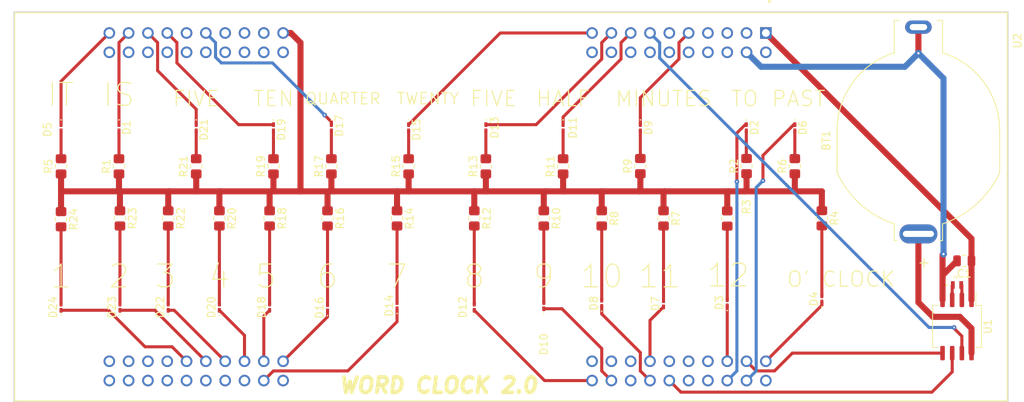
<source format=kicad_pcb>
(kicad_pcb (version 20211014) (generator pcbnew)
  (layers (0 "F.Cu" signal) (31 "B.Cu" signal) (34 "B.Paste" user) (35 "F.Paste" user) (36 "B.SilkS" user "B.Silkscreen") (37 "F.SilkS" user "F.Silkscreen") (38 "B.Mask" user) (39 "F.Mask" user) (44 "Edge.Cuts" user))
  (net 0 "")
  (net 1 "+3.3V")
  (net 2 "Net-(BT1-PadP)")
  (net 3 "GND")
  (net 4 "Net-(U1-Pad2)")
  (net 5 "/SPISIMOA")
  (net 6 "Net-(U1-Pad3)")
  (net 11 "Net-(U2-Pad16)")
  (net 12 "Net-(U2-Pad21)")
  (net 33 "/GPIO12")
  (net 34 "Net-(D1-Pad2)")
  (net 35 "/GPIO19")
  (net 36 "Net-(D2-Pad2)")
  (net 37 "/GPIO5")
  (net 38 "Net-(D3-Pad2)")
  (net 39 "/GPIO53")
  (net 40 "Net-(D4-Pad2)")
  (net 41 "/GPIO22")
  (net 42 "Net-(D5-Pad2)")
  (net 43 "/GPIO13")
  (net 44 "Net-(D6-Pad2)")
  (net 45 "/GPIO4")
  (net 46 "Net-(D7-Pad2)")
  (net 47 "/GPIO3")
  (net 48 "Net-(D8-Pad2)")
  (net 49 "/GPIO33")
  (net 50 "Net-(D9-Pad2)")
  (net 51 "/GPIO2")
  (net 52 "Net-(D10-Pad2)")
  (net 53 "/GPIO32")
  (net 54 "Net-(D11-Pad2)")
  (net 55 "Net-(U1-Pad5)")
  (net 56 "Net-(D12-Pad2)")
  (net 57 "/GPIO55")
  (net 58 "Net-(D13-Pad2)")
  (net 59 "/GPIO0")
  (net 60 "Net-(D14-Pad2)")
  (net 61 "/GPIO51")
  (net 62 "Net-(D15-Pad2)")
  (net 63 "/GPIO20")
  (net 64 "Net-(D16-Pad2)")
  (net 65 "/GPIO50")
  (net 66 "Net-(D17-Pad2)")
  (net 67 "/GPIO14")
  (net 68 "Net-(D18-Pad2)")
  (net 69 "/GPIO17")
  (net 70 "Net-(D19-Pad2)")
  (net 71 "/GPIO21")
  (net 72 "Net-(D20-Pad2)")
  (net 73 "Net-(U1-Pad7)")
  (net 74 "Net-(D21-Pad2)")
  (net 75 "/GPIO23")
  (net 76 "Net-(D22-Pad2)")
  (net 77 "/GPIO54")
  (net 78 "Net-(D23-Pad2)")
  (net 79 "/GPIO56")
  (net 80 "Net-(D24-Pad2)")
  (net 81 "/GPIO44")
  (net 82 "/GPIO52")
  (net 83 "/GPIO25")
  (net 84 "/GPIO24")
  (net 85 "/GPIO26")
  (net 86 "/GPIO27")
  (net 87 "/GPIO11")
  (net 88 "/GPIO10")
  (net 89 "/GPIO9")
  (net 90 "/GPIO8")
  (net 91 "/GPIO7")
  (net 92 "/GPIO6")
  (footprint "LED_SMD:LED_0201_0603Metric_Pad0.64x0.40mm_HandSolder" (layer "F.Cu") (at 152.781 182.007 -90)
    (fp_text reference "D1")
    (fp_text value "IS")
  )
  (footprint "LED_SMD:LED_0201_0603Metric_Pad0.64x0.40mm_HandSolder" (layer "F.Cu") (at 145.161 182.007 -90)
    (fp_text reference "D5")
    (fp_text value "IT")
  )
  (footprint "LED_SMD:LED_0201_0603Metric_Pad0.64x0.40mm_HandSolder" (layer "F.Cu") (at 162.941 182.007 -90)
    (fp_text reference "D21")
    (fp_text value "FIVE")
  )
  (footprint "Resistor_SMD:R_0805_2012Metric_Pad1.20x1.40mm_HandSolder" (layer "F.Cu") (at 189.357 193.929 -90)
    (fp_text reference "R14")
    (fp_text value "R_Small")
  )
  (footprint "Resistor_SMD:R_0805_2012Metric_Pad1.20x1.40mm_HandSolder" (layer "F.Cu") (at 180.721 187.087 90)
    (fp_text reference "R17")
    (fp_text value "R_Small")
  )
  (footprint "Resistor_SMD:R_0805_2012Metric_Pad1.20x1.40mm_HandSolder" (layer "F.Cu") (at 190.881 187.087 90)
    (fp_text reference "R15")
    (fp_text value "R_Small")
  )
  (footprint "LED_SMD:LED_0201_0603Metric_Pad0.64x0.40mm_HandSolder" (layer "F.Cu") (at 224.409 205.1645 90)
    (fp_text reference "D7")
    (fp_text value "ELEVEN")
  )
  (footprint "Resistor_SMD:R_0805_2012Metric_Pad1.20x1.40mm_HandSolder" (layer "F.Cu") (at 180.213 193.929 -90)
    (fp_text reference "R16")
    (fp_text value "R_Small")
  )
  (footprint "LED_SMD:LED_0201_0603Metric_Pad0.64x0.40mm_HandSolder" (layer "F.Cu") (at 245.237 204.5215 90)
    (fp_text reference "D4")
    (fp_text value "OCLOCK")
  )
  (footprint "Resistor_SMD:R_0805_2012Metric_Pad1.20x1.40mm_HandSolder" (layer "F.Cu") (at 152.781 187.087 90)
    (fp_text reference "R1")
    (fp_text value "R_Small")
  )
  (footprint "Resistor_SMD:R_0805_2012Metric_Pad1.20x1.40mm_HandSolder" (layer "F.Cu") (at 165.989 193.929 -90)
    (fp_text reference "R20")
    (fp_text value "R_Small")
  )
  (footprint "Resistor_SMD:R_0805_2012Metric_Pad1.20x1.40mm_HandSolder" (layer "F.Cu") (at 201.041 187.087 90)
    (fp_text reference "R13")
    (fp_text value "R_Small")
  )
  (footprint "LED_SMD:LED_0201_0603Metric_Pad0.64x0.40mm_HandSolder" (layer "F.Cu") (at 152.908 205.613 90)
    (fp_text reference "D23")
    (fp_text value "TWO")
  )
  (footprint "9HT12-32:XTAL160X100X50" (layer "F.Cu") (at 263.017 202.692)
    (fp_text reference "Y1")
    (fp_text value "9HT12-32.768KDZF-T")
  )
  (footprint "LED_SMD:LED_0201_0603Metric_Pad0.64x0.40mm_HandSolder" (layer "F.Cu") (at 172.593 205.613 90)
    (fp_text reference "D18")
    (fp_text value "FIVE")
  )
  (footprint "Resistor_SMD:R_0805_2012Metric_Pad1.20x1.40mm_HandSolder" (layer "F.Cu") (at 221.361 187.055 90)
    (fp_text reference "R9")
    (fp_text value "R_Small")
  )
  (footprint "LED_SMD:LED_0201_0603Metric_Pad0.64x0.40mm_HandSolder" (layer "F.Cu") (at 221.361 182.007 -90)
    (fp_text reference "D9")
    (fp_text value "MINUTES")
  )
  (footprint "Resistor_SMD:R_0805_2012Metric_Pad1.20x1.40mm_HandSolder" (layer "F.Cu") (at 224.409 193.929 -90)
    (fp_text reference "R7")
    (fp_text value "R_Small")
  )
  (footprint "LED_SMD:LED_0201_0603Metric_Pad0.64x0.40mm_HandSolder" (layer "F.Cu") (at 180.213 205.6885 90)
    (fp_text reference "D16")
    (fp_text value "SIX")
  )
  (footprint "LED_SMD:LED_0201_0603Metric_Pad0.64x0.40mm_HandSolder" (layer "F.Cu") (at 216.281 205.105 90)
    (fp_text reference "D8")
    (fp_text value "TEN")
  )
  (footprint "Resistor_SMD:R_0805_2012Metric_Pad1.20x1.40mm_HandSolder" (layer "F.Cu") (at 216.281 193.929 -90)
    (fp_text reference "R8")
    (fp_text value "R_Small")
  )
  (footprint "LED_SMD:LED_0201_0603Metric_Pad0.64x0.40mm_HandSolder" (layer "F.Cu") (at 232.791 205.0295 90)
    (fp_text reference "D3")
    (fp_text value "TWELVE")
  )
  (footprint "LED_SMD:LED_0201_0603Metric_Pad0.64x0.40mm_HandSolder" (layer "F.Cu") (at 165.989 205.613 90)
    (fp_text reference "D20")
    (fp_text value "FOUR")
  )
  (footprint "Package_SO:SO-8_5.3x6.2mm_P1.27mm" (layer "F.Cu") (at 263.017 208.153 -90)
    (fp_text reference "U1")
    (fp_text value "DS1302S+")
  )
  (footprint "LED_SMD:LED_0201_0603Metric_Pad0.64x0.40mm_HandSolder" (layer "F.Cu") (at 173.101 182.007 -90)
    (fp_text reference "D19")
    (fp_text value "TEN")
  )
  (footprint "Resistor_SMD:R_0805_2012Metric_Pad1.20x1.40mm_HandSolder" (layer "F.Cu") (at 208.661 193.929 -90)
    (fp_text reference "R10")
    (fp_text value "R_Small")
  )
  (footprint "LED_SMD:LED_0201_0603Metric_Pad0.64x0.40mm_HandSolder" (layer "F.Cu") (at 235.301 182.007 -90)
    (fp_text reference "D2")
    (fp_text value "TO")
  )
  (footprint "LED_SMD:LED_0201_0603Metric_Pad0.64x0.40mm_HandSolder" (layer "F.Cu") (at 190.881 182.007 -90)
    (fp_text reference "D15")
    (fp_text value "TWENTY")
  )
  (footprint "Resistor_SMD:R_0805_2012Metric_Pad1.20x1.40mm_HandSolder" (layer "F.Cu") (at 232.791 193.945 -90)
    (fp_text reference "R3")
    (fp_text value "R_Small")
  )
  (footprint "Resistor_SMD:R_0805_2012Metric_Pad1.20x1.40mm_HandSolder" (layer "F.Cu") (at 245.237 193.913 -90)
    (fp_text reference "R4")
    (fp_text value "R_Small")
  )
  (footprint "Resistor_SMD:R_0805_2012Metric_Pad1.20x1.40mm_HandSolder" (layer "F.Cu") (at 145.161 187.087 90)
    (fp_text reference "R5")
    (fp_text value "R_Small")
  )
  (footprint "LED_SMD:LED_0201_0603Metric_Pad0.64x0.40mm_HandSolder" (layer "F.Cu") (at 241.681 182.007 -90)
    (fp_text reference "D6")
    (fp_text value "PAST")
  )
  (footprint "LED_SMD:LED_0201_0603Metric_Pad0.64x0.40mm_HandSolder" (layer "F.Cu") (at 201.041 182.007 -90)
    (fp_text reference "D13")
    (fp_text value "FIVE")
  )
  (footprint "LED_SMD:LED_0201_0603Metric_Pad0.64x0.40mm_HandSolder" (layer "F.Cu") (at 189.357 205.4105 90)
    (fp_text reference "D14")
    (fp_text value "SEVEN")
  )
  (footprint "Resistor_SMD:R_0805_2012Metric_Pad1.20x1.40mm_HandSolder" (layer "F.Cu") (at 241.681 187.071 90)
    (fp_text reference "R6")
    (fp_text value "R_Small")
  )
  (footprint "Resistor_SMD:R_0805_2012Metric_Pad1.20x1.40mm_HandSolder" (layer "F.Cu") (at 152.908 193.929 -90)
    (fp_text reference "R23")
    (fp_text value "R_Small")
  )
  (footprint "Resistor_SMD:R_0805_2012Metric_Pad1.20x1.40mm_HandSolder" (layer "F.Cu") (at 211.201 187.087 90)
    (fp_text reference "R11")
    (fp_text value "R_Small")
  )
  (footprint "Resistor_SMD:R_0805_2012Metric_Pad1.20x1.40mm_HandSolder" (layer "F.Cu") (at 162.941 187.087 90)
    (fp_text reference "R21")
    (fp_text value "R_Small")
  )
  (footprint "LED_SMD:LED_0201_0603Metric_Pad0.64x0.40mm_HandSolder" (layer "F.Cu") (at 199.517 205.613 90)
    (fp_text reference "D12")
    (fp_text value "EIGHT")
  )
  (footprint "Capacitor_SMD:C_0805_2012Metric" (layer "F.Cu") (at 263.967 199.517 180)
    (fp_text reference "C1")
    (fp_text value "C")
  )
  (footprint "LED_SMD:LED_0201_0603Metric_Pad0.64x0.40mm_HandSolder" (layer "F.Cu") (at 208.661 205.4105 90)
    (fp_text reference "D10")
    (fp_text value "NINE")
  )
  (footprint "Resistor_SMD:R_0805_2012Metric_Pad1.20x1.40mm_HandSolder" (layer "F.Cu") (at 235.331 187.055 90)
    (fp_text reference "R2")
    (fp_text value "R_Small")
  )
  (footprint "Resistor_SMD:R_0805_2012Metric_Pad1.20x1.40mm_HandSolder" (layer "F.Cu") (at 172.593 193.929 -90)
    (fp_text reference "R18")
    (fp_text value "R_Small")
  )
  (footprint "LED_SMD:LED_0201_0603Metric_Pad0.64x0.40mm_HandSolder" (layer "F.Cu") (at 159.258 205.613 90)
    (fp_text reference "D22")
    (fp_text value "THREE")
  )
  (footprint "LED_SMD:LED_0201_0603Metric_Pad0.64x0.40mm_HandSolder" (layer "F.Cu") (at 180.721 182.007 -90)
    (fp_text reference "D17")
    (fp_text value "QUARTER")
  )
  (footprint "Resistor_SMD:R_0805_2012Metric_Pad1.20x1.40mm_HandSolder" (layer "F.Cu") (at 199.517 193.929 -90)
    (fp_text reference "R12")
    (fp_text value "R_Small")
  )
  (footprint "Resistor_SMD:R_0805_2012Metric_Pad1.20x1.40mm_HandSolder" (layer "F.Cu") (at 173.101 187.087 90)
    (fp_text reference "R19")
    (fp_text value "R_Small")
  )
  (footprint "Resistor_SMD:R_0805_2012Metric_Pad1.20x1.40mm_HandSolder" (layer "F.Cu") (at 159.258 193.929 -90)
    (fp_text reference "R22")
    (fp_text value "R_Small")
  )
  (footprint "BC2032-E2:MPD_BC2032-E2" (layer "F.Cu") (at 257.937 182.372 90)
    (fp_text reference "BT1")
    (fp_text value "BC2032-E2")
  )
  (footprint "LAUNCHXL-F28069M:TI_LAUNCHXL-F28069M" (layer "F.Cu") (at 204.343 192.405 -90)
    (fp_text reference "U2")
    (fp_text value "LAUNCHXL-F28069M")
  )
  (footprint "Resistor_SMD:R_0805_2012Metric_Pad1.20x1.40mm_HandSolder" (layer "F.Cu") (at 145.161 194.04 -90)
    (fp_text reference "R24")
    (fp_text value "R_Small")
  )
  (footprint "LED_SMD:LED_0201_0603Metric_Pad0.64x0.40mm_HandSolder" (layer "F.Cu") (at 145.161 205.613 90)
    (fp_text reference "D24")
    (fp_text value "ONE")
  )
  (footprint "LED_SMD:LED_0201_0603Metric_Pad0.64x0.40mm_HandSolder" (layer "F.Cu") (at 211.201 182.007 -90)
    (fp_text reference "D11")
    (fp_text value "HALF")
  )
  (gr_line (start 269.748 218.059) (end 138.938 218.059) (layer "Edge.Cuts") (width 0.1))
  (gr_line (start 138.938 166.751) (end 269.748 166.751) (layer "Edge.Cuts") (width 0.1))
  (gr_line (start 269.748 166.751) (end 269.748 218.059) (layer "Edge.Cuts") (width 0.1))
  (gr_line (start 138.938 218.059) (end 138.938 166.751) (layer "Edge.Cuts") (width 0.1))
  (gr_text "FIVE" (at 162.941 178.181) (layer "F.SilkS") (effects (font (size 2 2))))
  (gr_text "3" (at 158.877 201.549) (layer "F.SilkS") (effects (font (size 3 3))))
  (gr_text "2" (at 152.781 201.549) (layer "F.SilkS") (effects (font (size 3 3))))
  (gr_text "PAST" (at 242.189 178.181) (layer "F.SilkS") (effects (font (size 2 2))))
  (gr_text "QUARTER" (at 182.245 178.181) (layer "F.SilkS") (effects (font (size 1.5 1.5))))
  (gr_text "4" (at 165.989 201.549) (layer "F.SilkS") (effects (font (size 3 3))))
  (gr_text "MINUTES" (at 224.409 178.181) (layer "F.SilkS") (effects (font (size 2 2))))
  (gr_text "WORD CLOCK 2.0" (at 194.818 215.9) (layer "F.SilkS") (effects (font (size 2 2) (thickness 0.5) italic)))
  (gr_text "O' CLOCK" (at 247.777 201.93) (layer "F.SilkS") (effects (font (size 2 2))))
  (gr_text "TWENTY" (at 193.421 178.181) (layer "F.SilkS") (effects (font (size 1.5 1.5))))
  (gr_text "HALF" (at 211.201 178.181) (layer "F.SilkS") (effects (font (size 2 2))))
  (gr_text "12" (at 232.918 201.422) (layer "F.SilkS") (effects (font (size 3 3))))
  (gr_text "FIVE" (at 202.057 178.181) (layer "F.SilkS") (effects (font (size 2 2))))
  (gr_text "IT" (at 145.161 177.673) (layer "F.SilkS") (effects (font (size 3 3))))
  (gr_text "1" (at 145.161 201.549) (layer "F.SilkS") (effects (font (size 3 3))))
  (gr_text "TO" (at 235.077 178.181) (layer "F.SilkS") (effects (font (size 2 2))))
  (gr_text "5" (at 172.085 201.549) (layer "F.SilkS") (effects (font (size 3 3))))
  (gr_text "10" (at 216.281 201.549) (layer "F.SilkS") (effects (font (size 3 3))))
  (gr_text "TEN" (at 173.101 178.181) (layer "F.SilkS") (effects (font (size 2 2))))
  (gr_text "6" (at 180.213 201.549) (layer "F.SilkS") (effects (font (size 3 3))))
  (gr_text "8" (at 199.517 201.549) (layer "F.SilkS") (effects (font (size 3 3))))
  (gr_text "11" (at 223.901 201.549) (layer "F.SilkS") (effects (font (size 3 3))))
  (gr_text "IS" (at 152.781 177.673) (layer "F.SilkS") (effects (font (size 3 3))))
  (gr_text "7" (at 189.357 201.549) (layer "F.SilkS") (effects (font (size 3 3))))
  (gr_text "9" (at 208.661 201.549) (layer "F.SilkS") (effects (font (size 3 3))))
  (segment (start 189.357 190.373) (end 190.881 190.373) (width 0.8) (layer "F.Cu") (net 1))
  (segment (start 211.201 190.373) (end 216.281 190.373) (width 0.8) (layer "F.Cu") (net 1))
  (segment (start 201.041 188.087) (end 201.041 190.246) (width 0.8) (layer "F.Cu") (net 1))
  (segment (start 208.915 190.373) (end 211.201 190.373) (width 0.8) (layer "F.Cu") (net 1))
  (segment (start 264.922 199.512) (end 264.917 199.517) (width 0.8) (layer "F.Cu") (net 1))
  (segment (start 180.721 188.087) (end 180.721 190.119) (width 0.8) (layer "F.Cu") (net 1))
  (segment (start 159.385 190.373) (end 152.781 190.373) (width 0.8) (layer "F.Cu") (net 1))
  (segment (start 221.361 190.246) (end 221.234 190.373) (width 0.8) (layer "F.Cu") (net 1))
  (segment (start 152.781 190.373) (end 145.161 190.373) (width 0.8) (layer "F.Cu") (net 1))
  (segment (start 176.657 170.815) (end 176.657 190.373) (width 0.8) (layer "F.Cu") (net 1))
  (segment (start 162.941 188.087) (end 162.941 190.246) (width 0.8) (layer "F.Cu") (net 1))
  (segment (start 264.917 199.517) (end 264.917 204.648) (width 0.8) (layer "F.Cu") (net 1))
  (segment (start 216.281 192.929) (end 216.281 190.373) (width 0.8) (layer "F.Cu") (net 1))
  (segment (start 216.281 190.373) (end 221.234 190.373) (width 0.8) (layer "F.Cu") (net 1))
  (segment (start 245.237 190.373) (end 245.237 192.913) (width 0.8) (layer "F.Cu") (net 1))
  (segment (start 152.908 192.929) (end 152.908 190.5) (width 0.8) (layer "F.Cu") (net 1))
  (segment (start 176.657 190.373) (end 180.34 190.373) (width 0.8) (layer "F.Cu") (net 1))
  (segment (start 232.918 190.373) (end 235.077 190.373) (width 0.8) (layer "F.Cu") (net 1))
  (segment (start 241.681 188.071) (end 241.681 190.119) (width 0.8) (layer "F.Cu") (net 1))
  (segment (start 232.41 190.373) (end 232.918 190.373) (width 0.8) (layer "F.Cu") (net 1))
  (segment (start 224.409 190.5) (end 224.536 190.373) (width 0.8) (layer "F.Cu") (net 1))
  (segment (start 221.361 188.055) (end 221.361 190.246) (width 0.8) (layer "F.Cu") (net 1))
  (segment (start 176.657 190.373) (end 173.228 190.373) (width 0.8) (layer "F.Cu") (net 1))
  (segment (start 180.213 190.5) (end 180.34 190.373) (width 0.8) (layer "F.Cu") (net 1))
  (segment (start 201.041 190.246) (end 201.168 190.373) (width 0.8) (layer "F.Cu") (net 1))
  (segment (start 241.681 190.119) (end 241.427 190.373) (width 0.8) (layer "F.Cu") (net 1))
  (segment (start 235.331 188.055) (end 235.331 190.119) (width 0.8) (layer "F.Cu") (net 1))
  (segment (start 199.517 192.929) (end 199.517 190.373) (width 0.8) (layer "F.Cu") (net 1))
  (segment (start 172.593 192.929) (end 172.593 190.5) (width 0.8) (layer "F.Cu") (net 1))
  (segment (start 241.427 190.373) (end 245.237 190.373) (width 0.8) (layer "F.Cu") (net 1))
  (segment (start 180.975 190.373) (end 189.357 190.373) (width 0.8) (layer "F.Cu") (net 1))
  (segment (start 264.917 204.648) (end 264.922 204.653) (width 0.8) (layer "F.Cu") (net 1))
  (segment (start 180.721 190.119) (end 180.975 190.373) (width 0.8) (layer "F.Cu") (net 1))
  (segment (start 232.791 192.945) (end 232.791 190.5) (width 0.8) (layer "F.Cu") (net 1))
  (segment (start 162.941 190.246) (end 163.068 190.373) (width 0.8) (layer "F.Cu") (net 1))
  (segment (start 166.116 190.373) (end 163.068 190.373) (width 0.8) (layer "F.Cu") (net 1))
  (segment (start 173.101 188.087) (end 173.101 190.246) (width 0.8) (layer "F.Cu") (net 1))
  (segment (start 145.161 188.087) (end 145.161 190.373) (width 0.8) (layer "F.Cu") (net 1))
  (segment (start 237.871 169.545) (end 264.922 196.596) (width 0.8) (layer "F.Cu") (net 1))
  (segment (start 172.72 190.373) (end 166.116 190.373) (width 0.8) (layer "F.Cu") (net 1))
  (segment (start 152.781 188.087) (end 152.781 190.373) (width 0.8) (layer "F.Cu") (net 1))
  (segment (start 180.34 190.373) (end 180.975 190.373) (width 0.8) (layer "F.Cu") (net 1))
  (segment (start 232.791 190.5) (end 232.918 190.373) (width 0.8) (layer "F.Cu") (net 1))
  (segment (start 174.371 169.545) (end 175.387 169.545) (width 0.8) (layer "F.Cu") (net 1))
  (segment (start 264.922 196.596) (end 264.922 199.512) (width 0.8) (layer "F.Cu") (net 1))
  (segment (start 221.234 190.373) (end 224.536 190.373) (width 0.8) (layer "F.Cu") (net 1))
  (segment (start 159.258 192.929) (end 159.258 190.5) (width 0.8) (layer "F.Cu") (net 1))
  (segment (start 235.077 190.373) (end 241.427 190.373) (width 0.8) (layer "F.Cu") (net 1))
  (segment (start 224.409 192.929) (end 224.409 190.5) (width 0.8) (layer "F.Cu") (net 1))
  (segment (start 173.228 190.373) (end 172.72 190.373) (width 0.8) (layer "F.Cu") (net 1))
  (segment (start 165.989 190.5) (end 166.116 190.373) (width 0.8) (layer "F.Cu") (net 1))
  (segment (start 163.068 190.373) (end 159.385 190.373) (width 0.8) (layer "F.Cu") (net 1))
  (segment (start 173.101 190.246) (end 173.228 190.373) (width 0.8) (layer "F.Cu") (net 1))
  (segment (start 235.331 190.119) (end 235.077 190.373) (width 0.8) (layer "F.Cu") (net 1))
  (segment (start 180.213 192.929) (end 180.213 190.5) (width 0.8) (layer "F.Cu") (net 1))
  (segment (start 172.593 190.5) (end 172.72 190.373) (width 0.8) (layer "F.Cu") (net 1))
  (segment (start 152.908 190.5) (end 152.781 190.373) (width 0.8) (layer "F.Cu") (net 1))
  (segment (start 199.517 190.373) (end 201.168 190.373) (width 0.8) (layer "F.Cu") (net 1))
  (segment (start 159.258 190.5) (end 159.385 190.373) (width 0.8) (layer "F.Cu") (net 1))
  (segment (start 201.168 190.373) (end 208.915 190.373) (width 0.8) (layer "F.Cu") (net 1))
  (segment (start 165.989 192.929) (end 165.989 190.5) (width 0.8) (layer "F.Cu") (net 1))
  (segment (start 208.661 190.627) (end 208.915 190.373) (width 0.8) (layer "F.Cu") (net 1))
  (segment (start 211.201 188.087) (end 211.201 190.373) (width 0.8) (layer "F.Cu") (net 1))
  (segment (start 190.881 190.373) (end 199.517 190.373) (width 0.8) (layer "F.Cu") (net 1))
  (segment (start 145.161 190.373) (end 145.161 193.04) (width 0.8) (layer "F.Cu") (net 1))
  (segment (start 190.881 188.087) (end 190.881 190.373) (width 0.8) (layer "F.Cu") (net 1))
  (segment (start 208.661 192.929) (end 208.661 190.627) (width 0.8) (layer "F.Cu") (net 1))
  (segment (start 224.536 190.373) (end 232.41 190.373) (width 0.8) (layer "F.Cu") (net 1))
  (segment (start 175.387 169.545) (end 176.657 170.815) (width 0.8) (layer "F.Cu") (net 1))
  (segment (start 189.357 192.929) (end 189.357 190.373) (width 0.8) (layer "F.Cu") (net 1))
  (segment (start 263.398 206.883) (end 259.842 206.883) (width 0.8) (layer "F.Cu") (net 2))
  (segment (start 264.922 208.407) (end 263.398 206.883) (width 0.8) (layer "F.Cu") (net 2))
  (segment (start 259.842 206.883) (end 257.937 204.978) (width 0.8) (layer "F.Cu") (net 2))
  (segment (start 264.922 211.653) (end 264.922 208.407) (width 0.8) (layer "F.Cu") (net 2))
  (segment (start 257.937 204.978) (end 257.937 195.972) (width 0.8) (layer "F.Cu") (net 2))
  (segment (start 263.017 199.517) (end 261.112 201.422) (width 0.8) (layer "F.Cu") (net 3))
  (segment (start 257.937 172.212) (end 257.937 168.772) (width 0.8) (layer "F.Cu") (net 3))
  (segment (start 235.331 172.085) (end 235.458 172.085) (width 0.8) (layer "F.Cu") (net 3))
  (segment (start 261.112 201.422) (end 261.112 201.803) (width 0.8) (layer "F.Cu") (net 3))
  (segment (start 261.112 198.755) (end 261.112 201.803) (width 0.8) (layer "F.Cu") (net 3))
  (segment (start 261.239 198.628) (end 261.112 198.755) (width 0.8) (layer "F.Cu") (net 3))
  (segment (start 261.112 204.653) (end 261.112 201.803) (width 0.8) (layer "F.Cu") (net 3))
  (via (at 261.239 198.628) (size 0.9) (drill 0.3) (layers "F.Cu" "B.Cu") (net 3))
  (via (at 257.937 172.212) (size 0.9) (drill 0.3) (layers "F.Cu" "B.Cu") (net 3))
  (segment (start 257.937 172.212) (end 256.159 173.99) (width 0.8) (layer "B.Cu") (net 3))
  (segment (start 261.239 198.628) (end 261.239 175.514) (width 0.8) (layer "B.Cu") (net 3))
  (segment (start 261.239 175.514) (end 257.937 172.212) (width 0.8) (layer "B.Cu") (net 3))
  (segment (start 256.159 173.99) (end 237.236 173.99) (width 0.8) (layer "B.Cu") (net 3))
  (segment (start 237.236 173.99) (end 235.331 172.085) (width 0.8) (layer "B.Cu") (net 3))
  (segment (start 263.652 202.777) (end 263.567 202.692) (width 0.4) (layer "F.Cu") (net 4))
  (segment (start 263.652 204.653) (end 263.652 202.777) (width 0.4) (layer "F.Cu") (net 4))
  (segment (start 259.715 216.789) (end 226.695 216.789) (width 0.4) (layer "F.Cu") (net 5))
  (segment (start 262.382 214.122) (end 259.715 216.789) (width 0.4) (layer "F.Cu") (net 5))
  (segment (start 262.382 211.653) (end 262.382 214.122) (width 0.4) (layer "F.Cu") (net 5))
  (segment (start 226.695 216.789) (end 225.171 215.265) (width 0.4) (layer "F.Cu") (net 5))
  (segment (start 262.382 202.777) (end 262.467 202.692) (width 0.4) (layer "F.Cu") (net 6))
  (segment (start 262.382 204.653) (end 262.382 202.777) (width 0.4) (layer "F.Cu") (net 6))
  (segment (start 226.441 172.974) (end 226.441 170.815) (width 0.4) (layer "F.Cu") (net 33))
  (segment (start 221.361 178.054) (end 226.441 172.974) (width 0.4) (layer "F.Cu") (net 33))
  (segment (start 221.361 181.5995) (end 221.361 178.054) (width 0.4) (layer "F.Cu") (net 33))
  (segment (start 226.441 170.815) (end 227.711 169.545) (width 0.4) (layer "F.Cu") (net 33))
  (segment (start 152.781 182.4145) (end 152.781 186.087) (width 0.4) (layer "F.Cu") (net 34))
  (segment (start 241.542104 181.5995) (end 241.681 181.5995) (width 0.4) (layer "F.Cu") (net 35))
  (segment (start 237.49 188.976) (end 237.49 185.651604) (width 0.4) (layer "F.Cu") (net 35))
  (segment (start 237.49 185.651604) (end 241.542104 181.5995) (width 0.4) (layer "F.Cu") (net 35))
  (via (at 237.49 188.976) (size 0.6) (drill 0.2) (layers "F.Cu" "B.Cu") (net 35))
  (segment (start 236.601 213.995) (end 235.331 215.265) (width 0.4) (layer "B.Cu") (net 35))
  (segment (start 237.49 188.976) (end 236.601 189.865) (width 0.4) (layer "B.Cu") (net 35))
  (segment (start 236.601 189.865) (end 236.601 213.995) (width 0.4) (layer "B.Cu") (net 35))
  (segment (start 235.301 186.025) (end 235.331 186.055) (width 0.4) (layer "F.Cu") (net 36))
  (segment (start 235.301 182.4145) (end 235.301 186.025) (width 0.4) (layer "F.Cu") (net 36))
  (segment (start 232.791 204.622) (end 232.791 194.945) (width 0.4) (layer "F.Cu") (net 38))
  (segment (start 232.791 195.199) (end 232.537 194.945) (width 0.4) (layer "F.Cu") (net 38))
  (segment (start 245.237 194.913) (end 245.237 204.114) (width 0.4) (layer "F.Cu") (net 40))
  (segment (start 211.201 180.594) (end 218.821 172.974) (width 0.4) (layer "F.Cu") (net 41))
  (segment (start 218.821 172.974) (end 218.821 170.815) (width 0.4) (layer "F.Cu") (net 41))
  (segment (start 211.201 181.5995) (end 211.201 180.594) (width 0.4) (layer "F.Cu") (net 41))
  (segment (start 218.821 170.815) (end 220.091 169.545) (width 0.4) (layer "F.Cu") (net 41))
  (segment (start 145.161 182.4145) (end 145.161 186.087) (width 0.4) (layer "F.Cu") (net 42))
  (segment (start 222.631 207.35) (end 222.631 212.725) (width 0.4) (layer "F.Cu") (net 43))
  (segment (start 224.409 205.572) (end 222.631 207.35) (width 0.4) (layer "F.Cu") (net 43))
  (segment (start 241.681 182.4145) (end 241.681 186.071) (width 0.4) (layer "F.Cu") (net 44))
  (segment (start 224.409 194.929) (end 224.409 204.757) (width 0.4) (layer "F.Cu") (net 46))
  (segment (start 216.281 194.929) (end 216.281 204.6975) (width 0.4) (layer "F.Cu") (net 48))
  (segment (start 216.281 170.815) (end 217.551 169.545) (width 0.4) (layer "F.Cu") (net 49))
  (segment (start 201.041 181.5995) (end 207.6555 181.5995) (width 0.4) (layer "F.Cu") (net 49))
  (segment (start 207.6555 181.5995) (end 216.281 172.974) (width 0.4) (layer "F.Cu") (net 49))
  (segment (start 216.281 172.974) (end 216.281 170.815) (width 0.4) (layer "F.Cu") (net 49))
  (segment (start 221.361 182.4145) (end 221.361 186.055) (width 0.4) (layer "F.Cu") (net 50))
  (segment (start 232.791 212.725) (end 232.791 205.437) (width 0.4) (layer "F.Cu") (net 51))
  (segment (start 208.661 194.929) (end 208.661 205.003) (width 0.4) (layer "F.Cu") (net 52))
  (segment (start 190.881 181.5995) (end 202.9355 169.545) (width 0.4) (layer "F.Cu") (net 53))
  (segment (start 202.9355 169.545) (end 215.011 169.545) (width 0.4) (layer "F.Cu") (net 53))
  (segment (start 211.201 182.4145) (end 211.201 186.087) (width 0.4) (layer "F.Cu") (net 54))
  (segment (start 239.014 213.995) (end 236.601 213.995) (width 0.4) (layer "F.Cu") (net 55))
  (segment (start 236.601 213.995) (end 235.331 212.725) (width 0.4) (layer "F.Cu") (net 55))
  (segment (start 261.112 211.653) (end 241.356 211.653) (width 0.4) (layer "F.Cu") (net 55))
  (segment (start 241.356 211.653) (end 239.014 213.995) (width 0.4) (layer "F.Cu") (net 55))
  (segment (start 199.517 194.929) (end 199.517 205.2055) (width 0.4) (layer "F.Cu") (net 56))
  (segment (start 208.7615 215.265) (end 215.011 215.265) (width 0.4) (layer "F.Cu") (net 57))
  (segment (start 199.517 206.0205) (end 208.7615 215.265) (width 0.4) (layer "F.Cu") (net 57))
  (segment (start 201.041 182.4145) (end 201.041 186.087) (width 0.4) (layer "F.Cu") (net 58))
  (segment (start 245.237 205.359) (end 237.871 212.725) (width 0.4) (layer "F.Cu") (net 59))
  (segment (start 245.237 204.929) (end 245.237 205.359) (width 0.4) (layer "F.Cu") (net 59))
  (segment (start 189.357 194.929) (end 189.357 205.003) (width 0.4) (layer "F.Cu") (net 60))
  (segment (start 208.661 205.818) (end 211.049303 205.818) (width 0.4) (layer "F.Cu") (net 61))
  (segment (start 216.281 213.995) (end 217.551 215.265) (width 0.4) (layer "F.Cu") (net 61))
  (segment (start 216.281 211.049697) (end 216.281 213.995) (width 0.4) (layer "F.Cu") (net 61))
  (segment (start 211.049303 205.818) (end 216.281 211.049697) (width 0.4) (layer "F.Cu") (net 61))
  (segment (start 190.881 182.4145) (end 190.881 186.087) (width 0.4) (layer "F.Cu") (net 62))
  (segment (start 180.721 181.229) (end 179.832 180.34) (width 0.4) (layer "F.Cu") (net 63))
  (segment (start 180.721 181.5995) (end 180.721 181.229) (width 0.4) (layer "F.Cu") (net 63))
  (via (at 179.832 180.34) (size 0.6) (drill 0.2) (layers "F.Cu" "B.Cu") (net 63))
  (segment (start 165.481 170.815) (end 164.211 169.545) (width 0.4) (layer "B.Cu") (net 63))
  (segment (start 179.832 180.34) (end 172.974 173.482) (width 0.4) (layer "B.Cu") (net 63))
  (segment (start 172.974 173.482) (end 166.243 173.482) (width 0.4) (layer "B.Cu") (net 63))
  (segment (start 166.243 173.482) (end 165.481 172.72) (width 0.4) (layer "B.Cu") (net 63))
  (segment (start 165.481 172.72) (end 165.481 170.815) (width 0.4) (layer "B.Cu") (net 63))
  (segment (start 180.213 194.929) (end 180.213 205.281) (width 0.4) (layer "F.Cu") (net 64))
  (segment (start 180.721 182.4145) (end 180.721 186.087) (width 0.4) (layer "F.Cu") (net 66))
  (segment (start 168.5185 181.5995) (end 160.401 173.482) (width 0.4) (layer "F.Cu") (net 67))
  (segment (start 160.401 170.815) (end 159.131 169.545) (width 0.4) (layer "F.Cu") (net 67))
  (segment (start 173.101 181.5995) (end 168.5185 181.5995) (width 0.4) (layer "F.Cu") (net 67))
  (segment (start 160.401 173.482) (end 160.401 170.815) (width 0.4) (layer "F.Cu") (net 67))
  (segment (start 172.593 194.929) (end 172.593 205.2055) (width 0.4) (layer "F.Cu") (net 68))
  (segment (start 221.361 211.582) (end 221.361 213.995) (width 0.4) (layer "F.Cu") (net 69))
  (segment (start 216.281 205.5125) (end 216.281 206.502) (width 0.4) (layer "F.Cu") (net 69))
  (segment (start 221.361 213.995) (end 222.631 215.265) (width 0.4) (layer "F.Cu") (net 69))
  (segment (start 216.281 206.502) (end 221.361 211.582) (width 0.4) (layer "F.Cu") (net 69))
  (segment (start 173.101 182.4145) (end 173.101 186.087) (width 0.4) (layer "F.Cu") (net 70))
  (segment (start 157.861 170.815) (end 156.591 169.545) (width 0.4) (layer "F.Cu") (net 71))
  (segment (start 162.941 181.5995) (end 162.941 179.578) (width 0.4) (layer "F.Cu") (net 71))
  (segment (start 157.861 174.498) (end 157.861 170.815) (width 0.4) (layer "F.Cu") (net 71))
  (segment (start 162.941 179.578) (end 157.861 174.498) (width 0.4) (layer "F.Cu") (net 71))
  (segment (start 165.989 194.929) (end 165.989 205.2055) (width 0.4) (layer "F.Cu") (net 72))
  (segment (start 263.398 209.169) (end 262.636 208.407) (width 0.4) (layer "F.Cu") (net 73))
  (segment (start 263.652 211.653) (end 263.652 209.423) (width 0.4) (layer "F.Cu") (net 73))
  (segment (start 262.636 208.407) (end 262.636 208.28) (width 0.4) (layer "F.Cu") (net 73))
  (segment (start 263.652 209.423) (end 263.398 209.169) (width 0.4) (layer "F.Cu") (net 73))
  (via (at 262.636 208.28) (size 0.6) (drill 0.2) (layers "F.Cu" "B.Cu") (net 73))
  (segment (start 259.334 208.28) (end 223.901 172.847) (width 0.4) (layer "B.Cu") (net 73))
  (segment (start 223.901 172.847) (end 223.901 170.815) (width 0.4) (layer "B.Cu") (net 73))
  (segment (start 223.901 170.815) (end 222.631 169.545) (width 0.4) (layer "B.Cu") (net 73))
  (segment (start 262.636 208.28) (end 259.334 208.28) (width 0.4) (layer "B.Cu") (net 73))
  (segment (start 162.941 182.4145) (end 162.941 186.087) (width 0.4) (layer "F.Cu") (net 74))
  (segment (start 152.781 181.5995) (end 152.781 170.815) (width 0.4) (layer "F.Cu") (net 75))
  (segment (start 152.781 170.815) (end 154.051 169.545) (width 0.4) (layer "F.Cu") (net 75))
  (segment (start 159.258 194.929) (end 159.258 205.2055) (width 0.4) (layer "F.Cu") (net 76))
  (segment (start 145.161 181.5995) (end 145.161 175.895) (width 0.4) (layer "F.Cu") (net 77))
  (segment (start 145.161 175.895) (end 151.511 169.545) (width 0.4) (layer "F.Cu") (net 77))
  (segment (start 152.908 205.2055) (end 152.908 194.929) (width 0.4) (layer "F.Cu") (net 78))
  (segment (start 145.161 205.2055) (end 145.161 195.04) (width 0.4) (layer "F.Cu") (net 80))
  (segment (start 235.162104 181.5995) (end 235.301 181.5995) (width 0.4) (layer "F.Cu") (net 81))
  (segment (start 234.061 182.700604) (end 235.162104 181.5995) (width 0.4) (layer "F.Cu") (net 81))
  (segment (start 234.061 189.103) (end 234.061 182.700604) (width 0.4) (layer "F.Cu") (net 81))
  (via (at 234.061 189.103) (size 0.6) (drill 0.2) (layers "F.Cu" "B.Cu") (net 81))
  (segment (start 234.061 189.103) (end 234.061 213.995) (width 0.4) (layer "B.Cu") (net 81))
  (segment (start 234.061 213.995) (end 232.791 215.265) (width 0.4) (layer "B.Cu") (net 81))
  (segment (start 173.101 213.995) (end 171.831 215.265) (width 0.4) (layer "F.Cu") (net 86))
  (segment (start 189.357 207.518) (end 182.88 213.995) (width 0.4) (layer "F.Cu") (net 86))
  (segment (start 182.88 213.995) (end 173.101 213.995) (width 0.4) (layer "F.Cu") (net 86))
  (segment (start 189.357 205.818) (end 189.357 207.518) (width 0.4) (layer "F.Cu") (net 86))
  (segment (start 151.4105 206.0205) (end 145.161 206.0205) (width 0.4) (layer "F.Cu") (net 87))
  (segment (start 156.21 210.82) (end 159.766 210.82) (width 0.4) (layer "F.Cu") (net 87))
  (segment (start 151.4105 206.0205) (end 156.21 210.82) (width 0.4) (layer "F.Cu") (net 87))
  (segment (start 159.766 210.82) (end 161.671 212.725) (width 0.4) (layer "F.Cu") (net 87))
  (segment (start 152.908 206.0205) (end 157.5065 206.0205) (width 0.4) (layer "F.Cu") (net 88))
  (segment (start 157.5065 206.0205) (end 164.211 212.725) (width 0.4) (layer "F.Cu") (net 88))
  (segment (start 159.258 206.0205) (end 160.0465 206.0205) (width 0.4) (layer "F.Cu") (net 89))
  (segment (start 160.0465 206.0205) (end 166.751 212.725) (width 0.4) (layer "F.Cu") (net 89))
  (segment (start 165.989 206.0205) (end 169.291 209.3225) (width 0.4) (layer "F.Cu") (net 90))
  (segment (start 169.291 209.3225) (end 169.291 212.725) (width 0.4) (layer "F.Cu") (net 90))
  (segment (start 172.593 206.0205) (end 171.831 206.7825) (width 0.4) (layer "F.Cu") (net 91))
  (segment (start 171.831 206.7825) (end 171.831 212.725) (width 0.4) (layer "F.Cu") (net 91))
  (segment (start 180.213 206.883) (end 174.371 212.725) (width 0.4) (layer "F.Cu") (net 92))
  (segment (start 180.213 206.096) (end 180.213 206.883) (width 0.4) (layer "F.Cu") (net 92))
)
</source>
